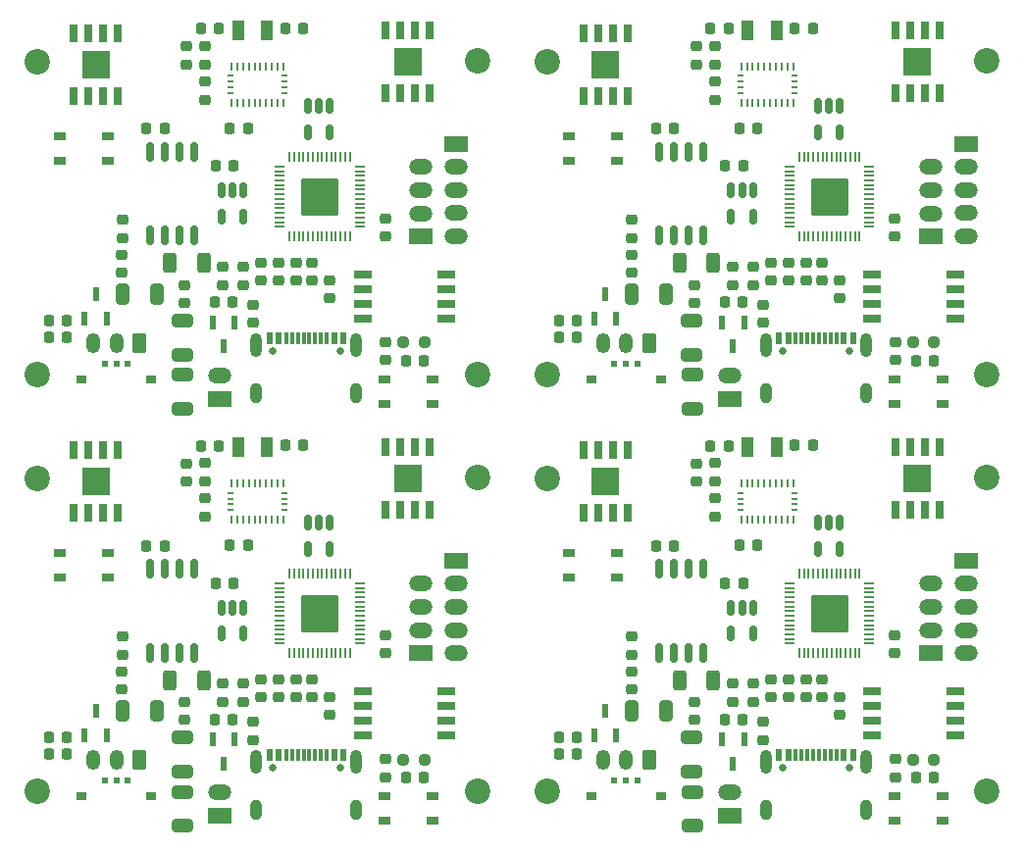
<source format=gbr>
%TF.GenerationSoftware,KiCad,Pcbnew,(6.0.4)*%
%TF.CreationDate,2022-09-20T14:12:37+09:00*%
%TF.ProjectId,mainboard_p_rev2,6d61696e-626f-4617-9264-5f705f726576,rev?*%
%TF.SameCoordinates,Original*%
%TF.FileFunction,Soldermask,Top*%
%TF.FilePolarity,Negative*%
%FSLAX46Y46*%
G04 Gerber Fmt 4.6, Leading zero omitted, Abs format (unit mm)*
G04 Created by KiCad (PCBNEW (6.0.4)) date 2022-09-20 14:12:37*
%MOMM*%
%LPD*%
G01*
G04 APERTURE LIST*
G04 Aperture macros list*
%AMRoundRect*
0 Rectangle with rounded corners*
0 $1 Rounding radius*
0 $2 $3 $4 $5 $6 $7 $8 $9 X,Y pos of 4 corners*
0 Add a 4 corners polygon primitive as box body*
4,1,4,$2,$3,$4,$5,$6,$7,$8,$9,$2,$3,0*
0 Add four circle primitives for the rounded corners*
1,1,$1+$1,$2,$3*
1,1,$1+$1,$4,$5*
1,1,$1+$1,$6,$7*
1,1,$1+$1,$8,$9*
0 Add four rect primitives between the rounded corners*
20,1,$1+$1,$2,$3,$4,$5,0*
20,1,$1+$1,$4,$5,$6,$7,0*
20,1,$1+$1,$6,$7,$8,$9,0*
20,1,$1+$1,$8,$9,$2,$3,0*%
G04 Aperture macros list end*
%ADD10RoundRect,0.225000X-0.225000X-0.250000X0.225000X-0.250000X0.225000X0.250000X-0.225000X0.250000X0*%
%ADD11O,1.200000X1.750000*%
%ADD12RoundRect,0.250000X0.350000X0.625000X-0.350000X0.625000X-0.350000X-0.625000X0.350000X-0.625000X0*%
%ADD13RoundRect,0.225000X0.225000X0.250000X-0.225000X0.250000X-0.225000X-0.250000X0.225000X-0.250000X0*%
%ADD14RoundRect,0.225000X0.250000X-0.225000X0.250000X0.225000X-0.250000X0.225000X-0.250000X-0.225000X0*%
%ADD15RoundRect,0.237500X-0.250000X-0.237500X0.250000X-0.237500X0.250000X0.237500X-0.250000X0.237500X0*%
%ADD16C,2.200000*%
%ADD17RoundRect,0.225000X-0.250000X0.225000X-0.250000X-0.225000X0.250000X-0.225000X0.250000X0.225000X0*%
%ADD18R,1.000000X1.800000*%
%ADD19R,0.600000X1.300000*%
%ADD20RoundRect,0.150000X-0.150000X0.512500X-0.150000X-0.512500X0.150000X-0.512500X0.150000X0.512500X0*%
%ADD21RoundRect,0.250000X0.650000X-0.325000X0.650000X0.325000X-0.650000X0.325000X-0.650000X-0.325000X0*%
%ADD22O,2.000000X1.350000*%
%ADD23R,2.000000X1.350000*%
%ADD24O,1.000000X1.800000*%
%ADD25O,1.000000X2.100000*%
%ADD26R,0.600000X1.140000*%
%ADD27R,0.300000X1.140000*%
%ADD28C,0.650000*%
%ADD29R,2.390000X2.390000*%
%ADD30R,0.650000X1.525000*%
%ADD31R,1.050000X0.650000*%
%ADD32R,0.900000X0.700000*%
%ADD33R,0.600000X0.510000*%
%ADD34RoundRect,0.250000X0.325000X0.650000X-0.325000X0.650000X-0.325000X-0.650000X0.325000X-0.650000X0*%
%ADD35RoundRect,0.250000X-0.312500X-0.625000X0.312500X-0.625000X0.312500X0.625000X-0.312500X0.625000X0*%
%ADD36R,1.650000X0.650000*%
%ADD37R,0.250000X0.675000*%
%ADD38R,0.575000X0.250000*%
%ADD39RoundRect,0.144000X1.456000X1.456000X-1.456000X1.456000X-1.456000X-1.456000X1.456000X-1.456000X0*%
%ADD40RoundRect,0.050000X0.050000X0.387500X-0.050000X0.387500X-0.050000X-0.387500X0.050000X-0.387500X0*%
%ADD41RoundRect,0.050000X0.387500X0.050000X-0.387500X0.050000X-0.387500X-0.050000X0.387500X-0.050000X0*%
%ADD42RoundRect,0.150000X-0.150000X0.712500X-0.150000X-0.712500X0.150000X-0.712500X0.150000X0.712500X0*%
G04 APERTURE END LIST*
D10*
%TO.C,C118*%
X192946200Y-97131200D03*
X191396200Y-97131200D03*
%TD*%
D11*
%TO.C,J25*%
X174836200Y-124309200D03*
X176836200Y-124309200D03*
D12*
X178836200Y-124309200D03*
%TD*%
D13*
%TO.C,R82*%
X179432800Y-105818000D03*
X180982800Y-105818000D03*
%TD*%
D14*
%TO.C,D8*%
X200045200Y-113552000D03*
X200045200Y-115102000D03*
%TD*%
D13*
%TO.C,R78*%
X185351000Y-120804000D03*
X186901000Y-120804000D03*
%TD*%
D15*
%TO.C,R72*%
X203419600Y-124283800D03*
X201594600Y-124283800D03*
%TD*%
D16*
%TO.C,5*%
X208000000Y-127000000D03*
%TD*%
D17*
%TO.C,C91*%
X195270000Y-120436000D03*
X195270000Y-118886000D03*
%TD*%
D14*
%TO.C,R74*%
X193725700Y-117375000D03*
X193725700Y-118925000D03*
%TD*%
D13*
%TO.C,C100*%
X185389400Y-109043800D03*
X186939400Y-109043800D03*
%TD*%
D18*
%TO.C,Y8*%
X187335310Y-97296208D03*
X189835310Y-97296208D03*
%TD*%
D19*
%TO.C,Q11*%
X186075200Y-124622600D03*
X185125200Y-122522600D03*
X187025200Y-122522600D03*
%TD*%
D17*
%TO.C,R80*%
X184475000Y-103291000D03*
X184475000Y-101741000D03*
%TD*%
%TO.C,C104*%
X200096000Y-125795400D03*
X200096000Y-124245400D03*
%TD*%
%TO.C,C97*%
X189301000Y-118899000D03*
X189301000Y-117349000D03*
%TD*%
%TO.C,R91*%
X187777000Y-119293000D03*
X187777000Y-117743000D03*
%TD*%
D16*
%TO.C,REF\u002A\u002A16*%
X208000000Y-99925200D03*
%TD*%
D20*
%TO.C,Y7*%
X195270000Y-106109800D03*
X193370000Y-106109800D03*
X193370000Y-103834800D03*
X194320000Y-103834800D03*
X195270000Y-103834800D03*
%TD*%
D21*
%TO.C,C115*%
X182519200Y-122402400D03*
X182519200Y-125352400D03*
%TD*%
D19*
%TO.C,Q10*%
X175054200Y-120077000D03*
X176004200Y-122177000D03*
X174104200Y-122177000D03*
%TD*%
D17*
%TO.C,R84*%
X177337600Y-115229000D03*
X177337600Y-113679000D03*
%TD*%
D22*
%TO.C,J31*%
X206192000Y-115101200D03*
X206192000Y-113101200D03*
X206192000Y-111101200D03*
X206192000Y-109101200D03*
D23*
X206192000Y-107101200D03*
%TD*%
D14*
%TO.C,C120*%
X184475000Y-98693000D03*
X184475000Y-100243000D03*
%TD*%
D24*
%TO.C,U14*%
X197570000Y-128650000D03*
X188930000Y-128650000D03*
D25*
X188930000Y-124470000D03*
X197570000Y-124470000D03*
D26*
X196450000Y-123900000D03*
X195650000Y-123900000D03*
D27*
X195000000Y-123900000D03*
X194500000Y-123900000D03*
X194000000Y-123900000D03*
X193500000Y-123900000D03*
X193000000Y-123900000D03*
X192500000Y-123900000D03*
X192000000Y-123900000D03*
X191500000Y-123900000D03*
D26*
X190850000Y-123900000D03*
X190050000Y-123900000D03*
D28*
X190360000Y-124970000D03*
X196140000Y-124970000D03*
%TD*%
D29*
%TO.C,IC16*%
X175051600Y-100255400D03*
D30*
X173146600Y-97543400D03*
X174416600Y-97543400D03*
X175686600Y-97543400D03*
X176956600Y-97543400D03*
X176956600Y-102967400D03*
X175686600Y-102967400D03*
X174416600Y-102967400D03*
X173146600Y-102967400D03*
%TD*%
D21*
%TO.C,C114*%
X182544600Y-127076000D03*
X182544600Y-130026000D03*
%TD*%
D31*
%TO.C,S7*%
X204152200Y-129600600D03*
X200002200Y-129600600D03*
X204152200Y-127450600D03*
X200002200Y-127450600D03*
%TD*%
D32*
%TO.C,SW4*%
X179829600Y-127486600D03*
X173829600Y-127486600D03*
D33*
X176829600Y-126131600D03*
X177829600Y-126131600D03*
X175829600Y-126131600D03*
%TD*%
D14*
%TO.C,C102*%
X182900200Y-98718400D03*
X182900200Y-100268400D03*
%TD*%
D13*
%TO.C,C119*%
X184131800Y-97182000D03*
X185681800Y-97182000D03*
%TD*%
D20*
%TO.C,U15*%
X187812600Y-113432500D03*
X185912600Y-113432500D03*
X185912600Y-111157500D03*
X186862600Y-111157500D03*
X187812600Y-111157500D03*
%TD*%
D34*
%TO.C,C111*%
X177361200Y-120118200D03*
X180311200Y-120118200D03*
%TD*%
D22*
%TO.C,J30*%
X203144000Y-109114400D03*
X203144000Y-111114400D03*
X203144000Y-113114400D03*
D23*
X203144000Y-115114400D03*
%TD*%
D10*
%TO.C,C117*%
X188196400Y-105792600D03*
X186646400Y-105792600D03*
%TD*%
D17*
%TO.C,R83*%
X177312200Y-118226200D03*
X177312200Y-116676200D03*
%TD*%
D13*
%TO.C,R71*%
X201861000Y-125833200D03*
X203411000Y-125833200D03*
%TD*%
D14*
%TO.C,R75*%
X192349000Y-117375000D03*
X192349000Y-118925000D03*
%TD*%
D35*
%TO.C,R79*%
X184362700Y-117425800D03*
X181437700Y-117425800D03*
%TD*%
D10*
%TO.C,R70*%
X172575400Y-123801200D03*
X171025400Y-123801200D03*
%TD*%
D29*
%TO.C,IC15*%
X202000000Y-100001400D03*
D30*
X200095000Y-97289400D03*
X201365000Y-97289400D03*
X202635000Y-97289400D03*
X203905000Y-97289400D03*
X203905000Y-102713400D03*
X202635000Y-102713400D03*
X201365000Y-102713400D03*
X200095000Y-102713400D03*
%TD*%
D22*
%TO.C,J26*%
X185795800Y-127135200D03*
D23*
X185795800Y-129135200D03*
%TD*%
D31*
%TO.C,S8*%
X176075000Y-108575000D03*
X171925000Y-108575000D03*
X176075000Y-106425000D03*
X171925000Y-106425000D03*
%TD*%
D36*
%TO.C,IC13*%
X198096200Y-122201000D03*
X198096200Y-120931000D03*
X198096200Y-119661000D03*
X198096200Y-118391000D03*
X205296200Y-118391000D03*
X205296200Y-119661000D03*
X205296200Y-120931000D03*
X205296200Y-122201000D03*
%TD*%
D10*
%TO.C,R73*%
X172587800Y-122353400D03*
X171037800Y-122353400D03*
%TD*%
D16*
%TO.C,REF\u002A\u002A13*%
X170000000Y-127000000D03*
%TD*%
D17*
%TO.C,C94*%
X190825000Y-118912000D03*
X190825000Y-117362000D03*
%TD*%
D37*
%TO.C,AC4*%
X187271600Y-100439400D03*
X187771600Y-100439400D03*
X188271600Y-100439400D03*
X188771600Y-100439400D03*
X189271600Y-100439400D03*
X189771600Y-100439400D03*
X190271600Y-100439400D03*
X190771600Y-100439400D03*
X191271600Y-100439400D03*
D38*
X191334600Y-101252400D03*
X191334600Y-101752400D03*
X191334600Y-102252400D03*
X191334600Y-102752400D03*
D37*
X191271600Y-103565400D03*
X190771600Y-103565400D03*
X190271600Y-103565400D03*
X189771600Y-103565400D03*
X189271600Y-103565400D03*
X188771600Y-103565400D03*
X188271600Y-103565400D03*
X187771600Y-103565400D03*
X187271600Y-103565400D03*
X186771600Y-103565400D03*
D38*
X186708600Y-102752400D03*
X186708600Y-102252400D03*
X186708600Y-101752400D03*
X186708600Y-101252400D03*
D37*
X186771600Y-100439400D03*
%TD*%
D16*
%TO.C,REF\u002A\u002A15*%
X170000000Y-100000000D03*
%TD*%
D39*
%TO.C,U13*%
X194387600Y-111676900D03*
D40*
X196987600Y-115114400D03*
X196587600Y-115114400D03*
X196187600Y-115114400D03*
X195787600Y-115114400D03*
X195387600Y-115114400D03*
X194987600Y-115114400D03*
X194587600Y-115114400D03*
X194187600Y-115114400D03*
X193787600Y-115114400D03*
X193387600Y-115114400D03*
X192987600Y-115114400D03*
X192587600Y-115114400D03*
X192187600Y-115114400D03*
X191787600Y-115114400D03*
D41*
X190950100Y-114276900D03*
X190950100Y-113876900D03*
X190950100Y-113476900D03*
X190950100Y-113076900D03*
X190950100Y-112676900D03*
X190950100Y-112276900D03*
X190950100Y-111876900D03*
X190950100Y-111476900D03*
X190950100Y-111076900D03*
X190950100Y-110676900D03*
X190950100Y-110276900D03*
X190950100Y-109876900D03*
X190950100Y-109476900D03*
X190950100Y-109076900D03*
D40*
X191787600Y-108239400D03*
X192187600Y-108239400D03*
X192587600Y-108239400D03*
X192987600Y-108239400D03*
X193387600Y-108239400D03*
X193787600Y-108239400D03*
X194187600Y-108239400D03*
X194587600Y-108239400D03*
X194987600Y-108239400D03*
X195387600Y-108239400D03*
X195787600Y-108239400D03*
X196187600Y-108239400D03*
X196587600Y-108239400D03*
X196987600Y-108239400D03*
D41*
X197825100Y-109076900D03*
X197825100Y-109476900D03*
X197825100Y-109876900D03*
X197825100Y-110276900D03*
X197825100Y-110676900D03*
X197825100Y-111076900D03*
X197825100Y-111476900D03*
X197825100Y-111876900D03*
X197825100Y-112276900D03*
X197825100Y-112676900D03*
X197825100Y-113076900D03*
X197825100Y-113476900D03*
X197825100Y-113876900D03*
X197825100Y-114276900D03*
%TD*%
D42*
%TO.C,U16*%
X183535200Y-115043900D03*
X182265200Y-115043900D03*
X180995200Y-115043900D03*
X179725200Y-115043900D03*
X179725200Y-107818900D03*
X180995200Y-107818900D03*
X182265200Y-107818900D03*
X183535200Y-107818900D03*
%TD*%
D17*
%TO.C,R77*%
X185999000Y-119293000D03*
X185999000Y-117743000D03*
%TD*%
%TO.C,C106*%
X182747800Y-120867800D03*
X182747800Y-119317800D03*
%TD*%
%TO.C,R92*%
X188666000Y-122582000D03*
X188666000Y-121032000D03*
%TD*%
D16*
%TO.C,REF\u002A\u002A14*%
X208000000Y-127000000D03*
%TD*%
D10*
%TO.C,C88*%
X148946200Y-97131200D03*
X147396200Y-97131200D03*
%TD*%
D11*
%TO.C,J17*%
X130836200Y-124309200D03*
X132836200Y-124309200D03*
D12*
X134836200Y-124309200D03*
%TD*%
D13*
%TO.C,R59*%
X135432800Y-105818000D03*
X136982800Y-105818000D03*
%TD*%
D14*
%TO.C,D6*%
X156045200Y-113552000D03*
X156045200Y-115102000D03*
%TD*%
D13*
%TO.C,R55*%
X141351000Y-120804000D03*
X142901000Y-120804000D03*
%TD*%
D15*
%TO.C,R49*%
X159419600Y-124283800D03*
X157594600Y-124283800D03*
%TD*%
D16*
%TO.C,3*%
X164000000Y-127000000D03*
%TD*%
D17*
%TO.C,C61*%
X151270000Y-120436000D03*
X151270000Y-118886000D03*
%TD*%
D14*
%TO.C,R51*%
X149725700Y-117375000D03*
X149725700Y-118925000D03*
%TD*%
D13*
%TO.C,C70*%
X141389400Y-109043800D03*
X142939400Y-109043800D03*
%TD*%
D18*
%TO.C,Y6*%
X143335310Y-97296208D03*
X145835310Y-97296208D03*
%TD*%
D19*
%TO.C,Q6*%
X142075200Y-124622600D03*
X141125200Y-122522600D03*
X143025200Y-122522600D03*
%TD*%
D17*
%TO.C,R57*%
X140475000Y-103291000D03*
X140475000Y-101741000D03*
%TD*%
%TO.C,C74*%
X156096000Y-125795400D03*
X156096000Y-124245400D03*
%TD*%
%TO.C,C67*%
X145301000Y-118899000D03*
X145301000Y-117349000D03*
%TD*%
%TO.C,R68*%
X143777000Y-119293000D03*
X143777000Y-117743000D03*
%TD*%
D16*
%TO.C,REF\u002A\u002A10*%
X164000000Y-99925200D03*
%TD*%
D20*
%TO.C,Y5*%
X151270000Y-106109800D03*
X149370000Y-106109800D03*
X149370000Y-103834800D03*
X150320000Y-103834800D03*
X151270000Y-103834800D03*
%TD*%
D21*
%TO.C,C85*%
X138519200Y-122402400D03*
X138519200Y-125352400D03*
%TD*%
D19*
%TO.C,Q5*%
X131054200Y-120077000D03*
X132004200Y-122177000D03*
X130104200Y-122177000D03*
%TD*%
D17*
%TO.C,R61*%
X133337600Y-115229000D03*
X133337600Y-113679000D03*
%TD*%
D22*
%TO.C,J23*%
X162192000Y-115101200D03*
X162192000Y-113101200D03*
X162192000Y-111101200D03*
X162192000Y-109101200D03*
D23*
X162192000Y-107101200D03*
%TD*%
D14*
%TO.C,C90*%
X140475000Y-98693000D03*
X140475000Y-100243000D03*
%TD*%
D24*
%TO.C,U10*%
X153570000Y-128650000D03*
X144930000Y-128650000D03*
D25*
X144930000Y-124470000D03*
X153570000Y-124470000D03*
D26*
X152450000Y-123900000D03*
X151650000Y-123900000D03*
D27*
X151000000Y-123900000D03*
X150500000Y-123900000D03*
X150000000Y-123900000D03*
X149500000Y-123900000D03*
X149000000Y-123900000D03*
X148500000Y-123900000D03*
X148000000Y-123900000D03*
X147500000Y-123900000D03*
D26*
X146850000Y-123900000D03*
X146050000Y-123900000D03*
D28*
X146360000Y-124970000D03*
X152140000Y-124970000D03*
%TD*%
D29*
%TO.C,IC12*%
X131051600Y-100255400D03*
D30*
X129146600Y-97543400D03*
X130416600Y-97543400D03*
X131686600Y-97543400D03*
X132956600Y-97543400D03*
X132956600Y-102967400D03*
X131686600Y-102967400D03*
X130416600Y-102967400D03*
X129146600Y-102967400D03*
%TD*%
D21*
%TO.C,C84*%
X138544600Y-127076000D03*
X138544600Y-130026000D03*
%TD*%
D31*
%TO.C,S5*%
X160152200Y-129600600D03*
X156002200Y-129600600D03*
X160152200Y-127450600D03*
X156002200Y-127450600D03*
%TD*%
D32*
%TO.C,SW3*%
X135829600Y-127486600D03*
X129829600Y-127486600D03*
D33*
X132829600Y-126131600D03*
X133829600Y-126131600D03*
X131829600Y-126131600D03*
%TD*%
D14*
%TO.C,C72*%
X138900200Y-98718400D03*
X138900200Y-100268400D03*
%TD*%
D13*
%TO.C,C89*%
X140131800Y-97182000D03*
X141681800Y-97182000D03*
%TD*%
D20*
%TO.C,U11*%
X143812600Y-113432500D03*
X141912600Y-113432500D03*
X141912600Y-111157500D03*
X142862600Y-111157500D03*
X143812600Y-111157500D03*
%TD*%
D34*
%TO.C,C81*%
X133361200Y-120118200D03*
X136311200Y-120118200D03*
%TD*%
D22*
%TO.C,J22*%
X159144000Y-109114400D03*
X159144000Y-111114400D03*
X159144000Y-113114400D03*
D23*
X159144000Y-115114400D03*
%TD*%
D10*
%TO.C,C87*%
X144196400Y-105792600D03*
X142646400Y-105792600D03*
%TD*%
D17*
%TO.C,R60*%
X133312200Y-118226200D03*
X133312200Y-116676200D03*
%TD*%
D13*
%TO.C,R48*%
X157861000Y-125833200D03*
X159411000Y-125833200D03*
%TD*%
D14*
%TO.C,R52*%
X148349000Y-117375000D03*
X148349000Y-118925000D03*
%TD*%
D35*
%TO.C,R56*%
X140362700Y-117425800D03*
X137437700Y-117425800D03*
%TD*%
D10*
%TO.C,R47*%
X128575400Y-123801200D03*
X127025400Y-123801200D03*
%TD*%
D29*
%TO.C,IC11*%
X158000000Y-100001400D03*
D30*
X156095000Y-97289400D03*
X157365000Y-97289400D03*
X158635000Y-97289400D03*
X159905000Y-97289400D03*
X159905000Y-102713400D03*
X158635000Y-102713400D03*
X157365000Y-102713400D03*
X156095000Y-102713400D03*
%TD*%
D22*
%TO.C,J18*%
X141795800Y-127135200D03*
D23*
X141795800Y-129135200D03*
%TD*%
D31*
%TO.C,S6*%
X132075000Y-108575000D03*
X127925000Y-108575000D03*
X132075000Y-106425000D03*
X127925000Y-106425000D03*
%TD*%
D36*
%TO.C,IC5*%
X154096200Y-122201000D03*
X154096200Y-120931000D03*
X154096200Y-119661000D03*
X154096200Y-118391000D03*
X161296200Y-118391000D03*
X161296200Y-119661000D03*
X161296200Y-120931000D03*
X161296200Y-122201000D03*
%TD*%
D10*
%TO.C,R50*%
X128587800Y-122353400D03*
X127037800Y-122353400D03*
%TD*%
D16*
%TO.C,REF\u002A\u002A7*%
X126000000Y-127000000D03*
%TD*%
D17*
%TO.C,C64*%
X146825000Y-118912000D03*
X146825000Y-117362000D03*
%TD*%
D37*
%TO.C,AC3*%
X143271600Y-100439400D03*
X143771600Y-100439400D03*
X144271600Y-100439400D03*
X144771600Y-100439400D03*
X145271600Y-100439400D03*
X145771600Y-100439400D03*
X146271600Y-100439400D03*
X146771600Y-100439400D03*
X147271600Y-100439400D03*
D38*
X147334600Y-101252400D03*
X147334600Y-101752400D03*
X147334600Y-102252400D03*
X147334600Y-102752400D03*
D37*
X147271600Y-103565400D03*
X146771600Y-103565400D03*
X146271600Y-103565400D03*
X145771600Y-103565400D03*
X145271600Y-103565400D03*
X144771600Y-103565400D03*
X144271600Y-103565400D03*
X143771600Y-103565400D03*
X143271600Y-103565400D03*
X142771600Y-103565400D03*
D38*
X142708600Y-102752400D03*
X142708600Y-102252400D03*
X142708600Y-101752400D03*
X142708600Y-101252400D03*
D37*
X142771600Y-100439400D03*
%TD*%
D16*
%TO.C,REF\u002A\u002A9*%
X126000000Y-100000000D03*
%TD*%
D39*
%TO.C,U3*%
X150387600Y-111676900D03*
D40*
X152987600Y-115114400D03*
X152587600Y-115114400D03*
X152187600Y-115114400D03*
X151787600Y-115114400D03*
X151387600Y-115114400D03*
X150987600Y-115114400D03*
X150587600Y-115114400D03*
X150187600Y-115114400D03*
X149787600Y-115114400D03*
X149387600Y-115114400D03*
X148987600Y-115114400D03*
X148587600Y-115114400D03*
X148187600Y-115114400D03*
X147787600Y-115114400D03*
D41*
X146950100Y-114276900D03*
X146950100Y-113876900D03*
X146950100Y-113476900D03*
X146950100Y-113076900D03*
X146950100Y-112676900D03*
X146950100Y-112276900D03*
X146950100Y-111876900D03*
X146950100Y-111476900D03*
X146950100Y-111076900D03*
X146950100Y-110676900D03*
X146950100Y-110276900D03*
X146950100Y-109876900D03*
X146950100Y-109476900D03*
X146950100Y-109076900D03*
D40*
X147787600Y-108239400D03*
X148187600Y-108239400D03*
X148587600Y-108239400D03*
X148987600Y-108239400D03*
X149387600Y-108239400D03*
X149787600Y-108239400D03*
X150187600Y-108239400D03*
X150587600Y-108239400D03*
X150987600Y-108239400D03*
X151387600Y-108239400D03*
X151787600Y-108239400D03*
X152187600Y-108239400D03*
X152587600Y-108239400D03*
X152987600Y-108239400D03*
D41*
X153825100Y-109076900D03*
X153825100Y-109476900D03*
X153825100Y-109876900D03*
X153825100Y-110276900D03*
X153825100Y-110676900D03*
X153825100Y-111076900D03*
X153825100Y-111476900D03*
X153825100Y-111876900D03*
X153825100Y-112276900D03*
X153825100Y-112676900D03*
X153825100Y-113076900D03*
X153825100Y-113476900D03*
X153825100Y-113876900D03*
X153825100Y-114276900D03*
%TD*%
D42*
%TO.C,U12*%
X139535200Y-115043900D03*
X138265200Y-115043900D03*
X136995200Y-115043900D03*
X135725200Y-115043900D03*
X135725200Y-107818900D03*
X136995200Y-107818900D03*
X138265200Y-107818900D03*
X139535200Y-107818900D03*
%TD*%
D17*
%TO.C,R54*%
X141999000Y-119293000D03*
X141999000Y-117743000D03*
%TD*%
%TO.C,C76*%
X138747800Y-120867800D03*
X138747800Y-119317800D03*
%TD*%
%TO.C,R69*%
X144666000Y-122582000D03*
X144666000Y-121032000D03*
%TD*%
D16*
%TO.C,REF\u002A\u002A8*%
X164000000Y-127000000D03*
%TD*%
D10*
%TO.C,C58*%
X192946200Y-61131200D03*
X191396200Y-61131200D03*
%TD*%
D11*
%TO.C,J2*%
X174836200Y-88309200D03*
X176836200Y-88309200D03*
D12*
X178836200Y-88309200D03*
%TD*%
D13*
%TO.C,R36*%
X179432800Y-69818000D03*
X180982800Y-69818000D03*
%TD*%
D14*
%TO.C,D4*%
X200045200Y-77552000D03*
X200045200Y-79102000D03*
%TD*%
D13*
%TO.C,R32*%
X185351000Y-84804000D03*
X186901000Y-84804000D03*
%TD*%
D15*
%TO.C,R26*%
X203419600Y-88283800D03*
X201594600Y-88283800D03*
%TD*%
D16*
%TO.C,1*%
X208000000Y-91000000D03*
%TD*%
D17*
%TO.C,C24*%
X195270000Y-84436000D03*
X195270000Y-82886000D03*
%TD*%
D14*
%TO.C,R28*%
X193725700Y-81375000D03*
X193725700Y-82925000D03*
%TD*%
D13*
%TO.C,C40*%
X185389400Y-73043800D03*
X186939400Y-73043800D03*
%TD*%
D18*
%TO.C,Y4*%
X187335310Y-61296208D03*
X189835310Y-61296208D03*
%TD*%
D19*
%TO.C,Q4*%
X186075200Y-88622600D03*
X185125200Y-86522600D03*
X187025200Y-86522600D03*
%TD*%
D17*
%TO.C,R34*%
X184475000Y-67291000D03*
X184475000Y-65741000D03*
%TD*%
%TO.C,C44*%
X200096000Y-89795400D03*
X200096000Y-88245400D03*
%TD*%
%TO.C,C32*%
X189301000Y-82899000D03*
X189301000Y-81349000D03*
%TD*%
%TO.C,R45*%
X187777000Y-83293000D03*
X187777000Y-81743000D03*
%TD*%
D16*
%TO.C,REF\u002A\u002A4*%
X208000000Y-63925200D03*
%TD*%
D20*
%TO.C,Y3*%
X195270000Y-70109800D03*
X193370000Y-70109800D03*
X193370000Y-67834800D03*
X194320000Y-67834800D03*
X195270000Y-67834800D03*
%TD*%
D21*
%TO.C,C55*%
X182519200Y-86402400D03*
X182519200Y-89352400D03*
%TD*%
D19*
%TO.C,Q3*%
X175054200Y-84077000D03*
X176004200Y-86177000D03*
X174104200Y-86177000D03*
%TD*%
D17*
%TO.C,R38*%
X177337600Y-79229000D03*
X177337600Y-77679000D03*
%TD*%
D22*
%TO.C,J15*%
X206192000Y-79101200D03*
X206192000Y-77101200D03*
X206192000Y-75101200D03*
X206192000Y-73101200D03*
D23*
X206192000Y-71101200D03*
%TD*%
D14*
%TO.C,C60*%
X184475000Y-62693000D03*
X184475000Y-64243000D03*
%TD*%
D24*
%TO.C,U7*%
X197570000Y-92650000D03*
X188930000Y-92650000D03*
D25*
X188930000Y-88470000D03*
X197570000Y-88470000D03*
D26*
X196450000Y-87900000D03*
X195650000Y-87900000D03*
D27*
X195000000Y-87900000D03*
X194500000Y-87900000D03*
X194000000Y-87900000D03*
X193500000Y-87900000D03*
X193000000Y-87900000D03*
X192500000Y-87900000D03*
X192000000Y-87900000D03*
X191500000Y-87900000D03*
D26*
X190850000Y-87900000D03*
X190050000Y-87900000D03*
D28*
X190360000Y-88970000D03*
X196140000Y-88970000D03*
%TD*%
D29*
%TO.C,IC10*%
X175051600Y-64255400D03*
D30*
X173146600Y-61543400D03*
X174416600Y-61543400D03*
X175686600Y-61543400D03*
X176956600Y-61543400D03*
X176956600Y-66967400D03*
X175686600Y-66967400D03*
X174416600Y-66967400D03*
X173146600Y-66967400D03*
%TD*%
D21*
%TO.C,C54*%
X182544600Y-91076000D03*
X182544600Y-94026000D03*
%TD*%
D31*
%TO.C,S3*%
X204152200Y-93600600D03*
X200002200Y-93600600D03*
X204152200Y-91450600D03*
X200002200Y-91450600D03*
%TD*%
D32*
%TO.C,SW2*%
X179829600Y-91486600D03*
X173829600Y-91486600D03*
D33*
X176829600Y-90131600D03*
X177829600Y-90131600D03*
X175829600Y-90131600D03*
%TD*%
D14*
%TO.C,C42*%
X182900200Y-62718400D03*
X182900200Y-64268400D03*
%TD*%
D13*
%TO.C,C59*%
X184131800Y-61182000D03*
X185681800Y-61182000D03*
%TD*%
D20*
%TO.C,U8*%
X187812600Y-77432500D03*
X185912600Y-77432500D03*
X185912600Y-75157500D03*
X186862600Y-75157500D03*
X187812600Y-75157500D03*
%TD*%
D34*
%TO.C,C51*%
X177361200Y-84118200D03*
X180311200Y-84118200D03*
%TD*%
D22*
%TO.C,J14*%
X203144000Y-73114400D03*
X203144000Y-75114400D03*
X203144000Y-77114400D03*
D23*
X203144000Y-79114400D03*
%TD*%
D10*
%TO.C,C57*%
X188196400Y-69792600D03*
X186646400Y-69792600D03*
%TD*%
D17*
%TO.C,R37*%
X177312200Y-82226200D03*
X177312200Y-80676200D03*
%TD*%
D13*
%TO.C,R25*%
X201861000Y-89833200D03*
X203411000Y-89833200D03*
%TD*%
D14*
%TO.C,R29*%
X192349000Y-81375000D03*
X192349000Y-82925000D03*
%TD*%
D35*
%TO.C,R33*%
X184362700Y-81425800D03*
X181437700Y-81425800D03*
%TD*%
D10*
%TO.C,R24*%
X172575400Y-87801200D03*
X171025400Y-87801200D03*
%TD*%
D29*
%TO.C,IC9*%
X202000000Y-64001400D03*
D30*
X200095000Y-61289400D03*
X201365000Y-61289400D03*
X202635000Y-61289400D03*
X203905000Y-61289400D03*
X203905000Y-66713400D03*
X202635000Y-66713400D03*
X201365000Y-66713400D03*
X200095000Y-66713400D03*
%TD*%
D22*
%TO.C,J8*%
X185795800Y-91135200D03*
D23*
X185795800Y-93135200D03*
%TD*%
D31*
%TO.C,S4*%
X176075000Y-72575000D03*
X171925000Y-72575000D03*
X176075000Y-70425000D03*
X171925000Y-70425000D03*
%TD*%
D36*
%TO.C,IC3*%
X198096200Y-86201000D03*
X198096200Y-84931000D03*
X198096200Y-83661000D03*
X198096200Y-82391000D03*
X205296200Y-82391000D03*
X205296200Y-83661000D03*
X205296200Y-84931000D03*
X205296200Y-86201000D03*
%TD*%
D10*
%TO.C,R27*%
X172587800Y-86353400D03*
X171037800Y-86353400D03*
%TD*%
D16*
%TO.C,REF\u002A\u002A1*%
X170000000Y-91000000D03*
%TD*%
D17*
%TO.C,C28*%
X190825000Y-82912000D03*
X190825000Y-81362000D03*
%TD*%
D37*
%TO.C,AC2*%
X187271600Y-64439400D03*
X187771600Y-64439400D03*
X188271600Y-64439400D03*
X188771600Y-64439400D03*
X189271600Y-64439400D03*
X189771600Y-64439400D03*
X190271600Y-64439400D03*
X190771600Y-64439400D03*
X191271600Y-64439400D03*
D38*
X191334600Y-65252400D03*
X191334600Y-65752400D03*
X191334600Y-66252400D03*
X191334600Y-66752400D03*
D37*
X191271600Y-67565400D03*
X190771600Y-67565400D03*
X190271600Y-67565400D03*
X189771600Y-67565400D03*
X189271600Y-67565400D03*
X188771600Y-67565400D03*
X188271600Y-67565400D03*
X187771600Y-67565400D03*
X187271600Y-67565400D03*
X186771600Y-67565400D03*
D38*
X186708600Y-66752400D03*
X186708600Y-66252400D03*
X186708600Y-65752400D03*
X186708600Y-65252400D03*
D37*
X186771600Y-64439400D03*
%TD*%
D16*
%TO.C,REF\u002A\u002A3*%
X170000000Y-64000000D03*
%TD*%
D39*
%TO.C,U2*%
X194387600Y-75676900D03*
D40*
X196987600Y-79114400D03*
X196587600Y-79114400D03*
X196187600Y-79114400D03*
X195787600Y-79114400D03*
X195387600Y-79114400D03*
X194987600Y-79114400D03*
X194587600Y-79114400D03*
X194187600Y-79114400D03*
X193787600Y-79114400D03*
X193387600Y-79114400D03*
X192987600Y-79114400D03*
X192587600Y-79114400D03*
X192187600Y-79114400D03*
X191787600Y-79114400D03*
D41*
X190950100Y-78276900D03*
X190950100Y-77876900D03*
X190950100Y-77476900D03*
X190950100Y-77076900D03*
X190950100Y-76676900D03*
X190950100Y-76276900D03*
X190950100Y-75876900D03*
X190950100Y-75476900D03*
X190950100Y-75076900D03*
X190950100Y-74676900D03*
X190950100Y-74276900D03*
X190950100Y-73876900D03*
X190950100Y-73476900D03*
X190950100Y-73076900D03*
D40*
X191787600Y-72239400D03*
X192187600Y-72239400D03*
X192587600Y-72239400D03*
X192987600Y-72239400D03*
X193387600Y-72239400D03*
X193787600Y-72239400D03*
X194187600Y-72239400D03*
X194587600Y-72239400D03*
X194987600Y-72239400D03*
X195387600Y-72239400D03*
X195787600Y-72239400D03*
X196187600Y-72239400D03*
X196587600Y-72239400D03*
X196987600Y-72239400D03*
D41*
X197825100Y-73076900D03*
X197825100Y-73476900D03*
X197825100Y-73876900D03*
X197825100Y-74276900D03*
X197825100Y-74676900D03*
X197825100Y-75076900D03*
X197825100Y-75476900D03*
X197825100Y-75876900D03*
X197825100Y-76276900D03*
X197825100Y-76676900D03*
X197825100Y-77076900D03*
X197825100Y-77476900D03*
X197825100Y-77876900D03*
X197825100Y-78276900D03*
%TD*%
D42*
%TO.C,U9*%
X183535200Y-79043900D03*
X182265200Y-79043900D03*
X180995200Y-79043900D03*
X179725200Y-79043900D03*
X179725200Y-71818900D03*
X180995200Y-71818900D03*
X182265200Y-71818900D03*
X183535200Y-71818900D03*
%TD*%
D17*
%TO.C,R31*%
X185999000Y-83293000D03*
X185999000Y-81743000D03*
%TD*%
%TO.C,C46*%
X182747800Y-84867800D03*
X182747800Y-83317800D03*
%TD*%
%TO.C,R46*%
X188666000Y-86582000D03*
X188666000Y-85032000D03*
%TD*%
D16*
%TO.C,REF\u002A\u002A2*%
X208000000Y-91000000D03*
%TD*%
D29*
%TO.C,IC7*%
X158000000Y-64001400D03*
D30*
X156095000Y-61289400D03*
X157365000Y-61289400D03*
X158635000Y-61289400D03*
X159905000Y-61289400D03*
X159905000Y-66713400D03*
X158635000Y-66713400D03*
X157365000Y-66713400D03*
X156095000Y-66713400D03*
%TD*%
D36*
%TO.C,IC1*%
X154096200Y-86201000D03*
X154096200Y-84931000D03*
X154096200Y-83661000D03*
X154096200Y-82391000D03*
X161296200Y-82391000D03*
X161296200Y-83661000D03*
X161296200Y-84931000D03*
X161296200Y-86201000D03*
%TD*%
D31*
%TO.C,S2*%
X132075000Y-72575000D03*
X127925000Y-72575000D03*
X132075000Y-70425000D03*
X127925000Y-70425000D03*
%TD*%
D17*
%TO.C,R23*%
X144666000Y-86582000D03*
X144666000Y-85032000D03*
%TD*%
D14*
%TO.C,R6*%
X148349000Y-81375000D03*
X148349000Y-82925000D03*
%TD*%
D16*
%TO.C,REF\u002A\u002A*%
X164000000Y-91000000D03*
%TD*%
D10*
%TO.C,R4*%
X128587800Y-86353400D03*
X127037800Y-86353400D03*
%TD*%
D16*
%TO.C,REF\u002A\u002A*%
X126000000Y-91000000D03*
%TD*%
D17*
%TO.C,C16*%
X138747800Y-84867800D03*
X138747800Y-83317800D03*
%TD*%
D22*
%TO.C,J3*%
X141795800Y-91135200D03*
D23*
X141795800Y-93135200D03*
%TD*%
D35*
%TO.C,R10*%
X140362700Y-81425800D03*
X137437700Y-81425800D03*
%TD*%
D10*
%TO.C,R1*%
X128575400Y-87801200D03*
X127025400Y-87801200D03*
%TD*%
D42*
%TO.C,U6*%
X139535200Y-79043900D03*
X138265200Y-79043900D03*
X136995200Y-79043900D03*
X135725200Y-79043900D03*
X135725200Y-71818900D03*
X136995200Y-71818900D03*
X138265200Y-71818900D03*
X139535200Y-71818900D03*
%TD*%
D16*
%TO.C,REF\u002A\u002A*%
X126000000Y-64000000D03*
%TD*%
D17*
%TO.C,R8*%
X141999000Y-83293000D03*
X141999000Y-81743000D03*
%TD*%
D39*
%TO.C,U1*%
X150387600Y-75676900D03*
D40*
X152987600Y-79114400D03*
X152587600Y-79114400D03*
X152187600Y-79114400D03*
X151787600Y-79114400D03*
X151387600Y-79114400D03*
X150987600Y-79114400D03*
X150587600Y-79114400D03*
X150187600Y-79114400D03*
X149787600Y-79114400D03*
X149387600Y-79114400D03*
X148987600Y-79114400D03*
X148587600Y-79114400D03*
X148187600Y-79114400D03*
X147787600Y-79114400D03*
D41*
X146950100Y-78276900D03*
X146950100Y-77876900D03*
X146950100Y-77476900D03*
X146950100Y-77076900D03*
X146950100Y-76676900D03*
X146950100Y-76276900D03*
X146950100Y-75876900D03*
X146950100Y-75476900D03*
X146950100Y-75076900D03*
X146950100Y-74676900D03*
X146950100Y-74276900D03*
X146950100Y-73876900D03*
X146950100Y-73476900D03*
X146950100Y-73076900D03*
D40*
X147787600Y-72239400D03*
X148187600Y-72239400D03*
X148587600Y-72239400D03*
X148987600Y-72239400D03*
X149387600Y-72239400D03*
X149787600Y-72239400D03*
X150187600Y-72239400D03*
X150587600Y-72239400D03*
X150987600Y-72239400D03*
X151387600Y-72239400D03*
X151787600Y-72239400D03*
X152187600Y-72239400D03*
X152587600Y-72239400D03*
X152987600Y-72239400D03*
D41*
X153825100Y-73076900D03*
X153825100Y-73476900D03*
X153825100Y-73876900D03*
X153825100Y-74276900D03*
X153825100Y-74676900D03*
X153825100Y-75076900D03*
X153825100Y-75476900D03*
X153825100Y-75876900D03*
X153825100Y-76276900D03*
X153825100Y-76676900D03*
X153825100Y-77076900D03*
X153825100Y-77476900D03*
X153825100Y-77876900D03*
X153825100Y-78276900D03*
%TD*%
D37*
%TO.C,AC1*%
X143271600Y-64439400D03*
X143771600Y-64439400D03*
X144271600Y-64439400D03*
X144771600Y-64439400D03*
X145271600Y-64439400D03*
X145771600Y-64439400D03*
X146271600Y-64439400D03*
X146771600Y-64439400D03*
X147271600Y-64439400D03*
D38*
X147334600Y-65252400D03*
X147334600Y-65752400D03*
X147334600Y-66252400D03*
X147334600Y-66752400D03*
D37*
X147271600Y-67565400D03*
X146771600Y-67565400D03*
X146271600Y-67565400D03*
X145771600Y-67565400D03*
X145271600Y-67565400D03*
X144771600Y-67565400D03*
X144271600Y-67565400D03*
X143771600Y-67565400D03*
X143271600Y-67565400D03*
X142771600Y-67565400D03*
D38*
X142708600Y-66752400D03*
X142708600Y-66252400D03*
X142708600Y-65752400D03*
X142708600Y-65252400D03*
D37*
X142771600Y-64439400D03*
%TD*%
D17*
%TO.C,C4*%
X146825000Y-82912000D03*
X146825000Y-81362000D03*
%TD*%
D13*
%TO.C,C36*%
X140131800Y-61182000D03*
X141681800Y-61182000D03*
%TD*%
D31*
%TO.C,S1*%
X160152200Y-93600600D03*
X156002200Y-93600600D03*
X160152200Y-91450600D03*
X156002200Y-91450600D03*
%TD*%
D17*
%TO.C,R14*%
X133312200Y-82226200D03*
X133312200Y-80676200D03*
%TD*%
D22*
%TO.C,J7*%
X159144000Y-73114400D03*
X159144000Y-75114400D03*
X159144000Y-77114400D03*
D23*
X159144000Y-79114400D03*
%TD*%
D21*
%TO.C,C26*%
X138544600Y-91076000D03*
X138544600Y-94026000D03*
%TD*%
D34*
%TO.C,C21*%
X133361200Y-84118200D03*
X136311200Y-84118200D03*
%TD*%
D20*
%TO.C,U5*%
X143812600Y-77432500D03*
X141912600Y-77432500D03*
X141912600Y-75157500D03*
X142862600Y-75157500D03*
X143812600Y-75157500D03*
%TD*%
D17*
%TO.C,R15*%
X133337600Y-79229000D03*
X133337600Y-77679000D03*
%TD*%
D14*
%TO.C,C12*%
X138900200Y-62718400D03*
X138900200Y-64268400D03*
%TD*%
D29*
%TO.C,IC8*%
X131051600Y-64255400D03*
D30*
X129146600Y-61543400D03*
X130416600Y-61543400D03*
X131686600Y-61543400D03*
X132956600Y-61543400D03*
X132956600Y-66967400D03*
X131686600Y-66967400D03*
X130416600Y-66967400D03*
X129146600Y-66967400D03*
%TD*%
D22*
%TO.C,J10*%
X162192000Y-79101200D03*
X162192000Y-77101200D03*
X162192000Y-75101200D03*
X162192000Y-73101200D03*
D23*
X162192000Y-71101200D03*
%TD*%
D19*
%TO.C,Q1*%
X131054200Y-84077000D03*
X132004200Y-86177000D03*
X130104200Y-86177000D03*
%TD*%
D32*
%TO.C,SW1*%
X135829600Y-91486600D03*
X129829600Y-91486600D03*
D33*
X132829600Y-90131600D03*
X133829600Y-90131600D03*
X131829600Y-90131600D03*
%TD*%
D10*
%TO.C,C34*%
X144196400Y-69792600D03*
X142646400Y-69792600D03*
%TD*%
D24*
%TO.C,U4*%
X153570000Y-92650000D03*
X144930000Y-92650000D03*
D25*
X144930000Y-88470000D03*
X153570000Y-88470000D03*
D26*
X152450000Y-87900000D03*
X151650000Y-87900000D03*
D27*
X151000000Y-87900000D03*
X150500000Y-87900000D03*
X150000000Y-87900000D03*
X149500000Y-87900000D03*
X149000000Y-87900000D03*
X148500000Y-87900000D03*
X148000000Y-87900000D03*
X147500000Y-87900000D03*
D26*
X146850000Y-87900000D03*
X146050000Y-87900000D03*
D28*
X146360000Y-88970000D03*
X152140000Y-88970000D03*
%TD*%
D13*
%TO.C,R2*%
X157861000Y-89833200D03*
X159411000Y-89833200D03*
%TD*%
D14*
%TO.C,C37*%
X140475000Y-62693000D03*
X140475000Y-64243000D03*
%TD*%
%TO.C,R5*%
X149725700Y-81375000D03*
X149725700Y-82925000D03*
%TD*%
D19*
%TO.C,Q2*%
X142075200Y-88622600D03*
X141125200Y-86522600D03*
X143025200Y-86522600D03*
%TD*%
D17*
%TO.C,C1*%
X151270000Y-84436000D03*
X151270000Y-82886000D03*
%TD*%
D18*
%TO.C,Y2*%
X143335310Y-61296208D03*
X145835310Y-61296208D03*
%TD*%
D16*
%TO.C,*%
X164000000Y-91000000D03*
%TD*%
D17*
%TO.C,R11*%
X140475000Y-67291000D03*
X140475000Y-65741000D03*
%TD*%
D20*
%TO.C,Y1*%
X151270000Y-70109800D03*
X149370000Y-70109800D03*
X149370000Y-67834800D03*
X150320000Y-67834800D03*
X151270000Y-67834800D03*
%TD*%
D17*
%TO.C,C14*%
X156096000Y-89795400D03*
X156096000Y-88245400D03*
%TD*%
%TO.C,R22*%
X143777000Y-83293000D03*
X143777000Y-81743000D03*
%TD*%
D16*
%TO.C,REF\u002A\u002A*%
X164000000Y-63925200D03*
%TD*%
D17*
%TO.C,C7*%
X145301000Y-82899000D03*
X145301000Y-81349000D03*
%TD*%
D14*
%TO.C,D3*%
X156045200Y-77552000D03*
X156045200Y-79102000D03*
%TD*%
D13*
%TO.C,C10*%
X141389400Y-73043800D03*
X142939400Y-73043800D03*
%TD*%
D15*
%TO.C,R3*%
X159419600Y-88283800D03*
X157594600Y-88283800D03*
%TD*%
D13*
%TO.C,R9*%
X141351000Y-84804000D03*
X142901000Y-84804000D03*
%TD*%
%TO.C,R13*%
X135432800Y-69818000D03*
X136982800Y-69818000D03*
%TD*%
D21*
%TO.C,C30*%
X138519200Y-86402400D03*
X138519200Y-89352400D03*
%TD*%
D10*
%TO.C,C35*%
X148946200Y-61131200D03*
X147396200Y-61131200D03*
%TD*%
D11*
%TO.C,J1*%
X130836200Y-88309200D03*
X132836200Y-88309200D03*
D12*
X134836200Y-88309200D03*
%TD*%
M02*

</source>
